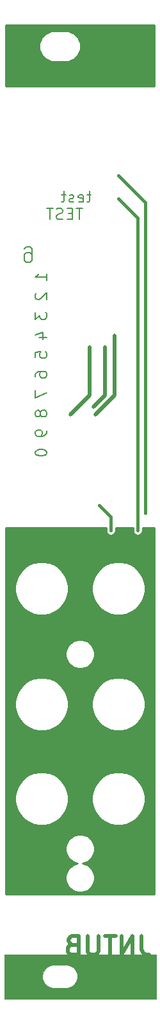
<source format=gbr>
%TF.GenerationSoftware,KiCad,Pcbnew,(5.1.9-0-10_14)*%
%TF.CreationDate,2021-01-07T01:07:36-06:00*%
%TF.ProjectId,JNTUB_panel,4a4e5455-425f-4706-916e-656c2e6b6963,rev?*%
%TF.SameCoordinates,Original*%
%TF.FileFunction,Copper,L2,Bot*%
%TF.FilePolarity,Positive*%
%FSLAX46Y46*%
G04 Gerber Fmt 4.6, Leading zero omitted, Abs format (unit mm)*
G04 Created by KiCad (PCBNEW (5.1.9-0-10_14)) date 2021-01-07 01:07:36*
%MOMM*%
%LPD*%
G01*
G04 APERTURE LIST*
%TA.AperFunction,NonConductor*%
%ADD10C,0.100000*%
%TD*%
%TA.AperFunction,NonConductor*%
%ADD11C,0.200000*%
%TD*%
%TA.AperFunction,NonConductor*%
%ADD12C,0.500000*%
%TD*%
%TA.AperFunction,Conductor*%
%ADD13C,0.406400*%
%TD*%
%TA.AperFunction,Conductor*%
%ADD14C,0.508000*%
%TD*%
%TA.AperFunction,Conductor*%
%ADD15C,0.203200*%
%TD*%
%TA.AperFunction,NonConductor*%
%ADD16C,0.254000*%
%TD*%
G04 APERTURE END LIST*
D10*
G36*
X107315000Y-163576000D02*
G01*
X94615000Y-163576000D01*
X94615000Y-162102800D01*
X95402400Y-162102800D01*
X95646240Y-162087560D01*
X95879920Y-162031680D01*
X96118680Y-161930080D01*
X96301560Y-161813240D01*
X96479360Y-161655760D01*
X96641920Y-161467800D01*
X96758760Y-161274760D01*
X96855280Y-161046160D01*
X96911160Y-160812480D01*
X96926400Y-160578800D01*
X96911160Y-160334960D01*
X96850200Y-160101280D01*
X96758760Y-159877760D01*
X96636840Y-159684720D01*
X96474280Y-159491680D01*
X96296480Y-159344360D01*
X96108520Y-159227520D01*
X95915480Y-159146240D01*
X95869760Y-159125920D01*
X95636080Y-159070040D01*
X95402400Y-159054800D01*
X94615000Y-159054800D01*
X94615000Y-157734000D01*
X107315000Y-157734000D01*
X107315000Y-163576000D01*
G37*
X107315000Y-163576000D02*
X94615000Y-163576000D01*
X94615000Y-162102800D01*
X95402400Y-162102800D01*
X95646240Y-162087560D01*
X95879920Y-162031680D01*
X96118680Y-161930080D01*
X96301560Y-161813240D01*
X96479360Y-161655760D01*
X96641920Y-161467800D01*
X96758760Y-161274760D01*
X96855280Y-161046160D01*
X96911160Y-160812480D01*
X96926400Y-160578800D01*
X96911160Y-160334960D01*
X96850200Y-160101280D01*
X96758760Y-159877760D01*
X96636840Y-159684720D01*
X96474280Y-159491680D01*
X96296480Y-159344360D01*
X96108520Y-159227520D01*
X95915480Y-159146240D01*
X95869760Y-159125920D01*
X95636080Y-159070040D01*
X95402400Y-159054800D01*
X94615000Y-159054800D01*
X94615000Y-157734000D01*
X107315000Y-157734000D01*
X107315000Y-163576000D01*
G36*
X94615000Y-159054800D02*
G01*
X93827600Y-159054800D01*
X93583760Y-159070040D01*
X93350080Y-159125920D01*
X93111320Y-159227520D01*
X92928440Y-159344360D01*
X92750640Y-159501840D01*
X92588080Y-159689800D01*
X92471240Y-159882840D01*
X92374720Y-160111440D01*
X92318840Y-160345120D01*
X92303600Y-160578800D01*
X92318840Y-160822640D01*
X92379800Y-161056320D01*
X92471240Y-161279840D01*
X92593160Y-161472880D01*
X92755720Y-161665920D01*
X92933520Y-161813240D01*
X93121480Y-161930080D01*
X93314520Y-162011360D01*
X93360240Y-162031680D01*
X93593920Y-162087560D01*
X93827600Y-162102800D01*
X94615000Y-162102800D01*
X94615000Y-163576000D01*
X87249000Y-163576000D01*
X87249000Y-157734000D01*
X94615000Y-157734000D01*
X94615000Y-159054800D01*
G37*
X94615000Y-159054800D02*
X93827600Y-159054800D01*
X93583760Y-159070040D01*
X93350080Y-159125920D01*
X93111320Y-159227520D01*
X92928440Y-159344360D01*
X92750640Y-159501840D01*
X92588080Y-159689800D01*
X92471240Y-159882840D01*
X92374720Y-160111440D01*
X92318840Y-160345120D01*
X92303600Y-160578800D01*
X92318840Y-160822640D01*
X92379800Y-161056320D01*
X92471240Y-161279840D01*
X92593160Y-161472880D01*
X92755720Y-161665920D01*
X92933520Y-161813240D01*
X93121480Y-161930080D01*
X93314520Y-162011360D01*
X93360240Y-162031680D01*
X93593920Y-162087560D01*
X93827600Y-162102800D01*
X94615000Y-162102800D01*
X94615000Y-163576000D01*
X87249000Y-163576000D01*
X87249000Y-157734000D01*
X94615000Y-157734000D01*
X94615000Y-159054800D01*
D11*
X92880571Y-68867142D02*
X92880571Y-68010000D01*
X92880571Y-68438571D02*
X91380571Y-68438571D01*
X91594857Y-68295714D01*
X91737714Y-68152857D01*
X91809142Y-68010000D01*
X91523428Y-70581428D02*
X91452000Y-70652857D01*
X91380571Y-70795714D01*
X91380571Y-71152857D01*
X91452000Y-71295714D01*
X91523428Y-71367142D01*
X91666285Y-71438571D01*
X91809142Y-71438571D01*
X92023428Y-71367142D01*
X92880571Y-70510000D01*
X92880571Y-71438571D01*
X91380571Y-73081428D02*
X91380571Y-74010000D01*
X91952000Y-73510000D01*
X91952000Y-73724285D01*
X92023428Y-73867142D01*
X92094857Y-73938571D01*
X92237714Y-74010000D01*
X92594857Y-74010000D01*
X92737714Y-73938571D01*
X92809142Y-73867142D01*
X92880571Y-73724285D01*
X92880571Y-73295714D01*
X92809142Y-73152857D01*
X92737714Y-73081428D01*
X91880571Y-76438571D02*
X92880571Y-76438571D01*
X91309142Y-76081428D02*
X92380571Y-75724285D01*
X92380571Y-76652857D01*
X91380571Y-79081428D02*
X91380571Y-78367142D01*
X92094857Y-78295714D01*
X92023428Y-78367142D01*
X91952000Y-78510000D01*
X91952000Y-78867142D01*
X92023428Y-79010000D01*
X92094857Y-79081428D01*
X92237714Y-79152857D01*
X92594857Y-79152857D01*
X92737714Y-79081428D01*
X92809142Y-79010000D01*
X92880571Y-78867142D01*
X92880571Y-78510000D01*
X92809142Y-78367142D01*
X92737714Y-78295714D01*
X91380571Y-81581428D02*
X91380571Y-81295714D01*
X91452000Y-81152857D01*
X91523428Y-81081428D01*
X91737714Y-80938571D01*
X92023428Y-80867142D01*
X92594857Y-80867142D01*
X92737714Y-80938571D01*
X92809142Y-81010000D01*
X92880571Y-81152857D01*
X92880571Y-81438571D01*
X92809142Y-81581428D01*
X92737714Y-81652857D01*
X92594857Y-81724285D01*
X92237714Y-81724285D01*
X92094857Y-81652857D01*
X92023428Y-81581428D01*
X91952000Y-81438571D01*
X91952000Y-81152857D01*
X92023428Y-81010000D01*
X92094857Y-80938571D01*
X92237714Y-80867142D01*
X91380571Y-83367142D02*
X91380571Y-84367142D01*
X92880571Y-83724285D01*
X92023428Y-86295714D02*
X91952000Y-86152857D01*
X91880571Y-86081428D01*
X91737714Y-86009999D01*
X91666285Y-86009999D01*
X91523428Y-86081428D01*
X91452000Y-86152857D01*
X91380571Y-86295714D01*
X91380571Y-86581428D01*
X91452000Y-86724285D01*
X91523428Y-86795714D01*
X91666285Y-86867142D01*
X91737714Y-86867142D01*
X91880571Y-86795714D01*
X91952000Y-86724285D01*
X92023428Y-86581428D01*
X92023428Y-86295714D01*
X92094857Y-86152857D01*
X92166285Y-86081428D01*
X92309142Y-86009999D01*
X92594857Y-86009999D01*
X92737714Y-86081428D01*
X92809142Y-86152857D01*
X92880571Y-86295714D01*
X92880571Y-86581428D01*
X92809142Y-86724285D01*
X92737714Y-86795714D01*
X92594857Y-86867142D01*
X92309142Y-86867142D01*
X92166285Y-86795714D01*
X92094857Y-86724285D01*
X92023428Y-86581428D01*
X92880571Y-88724285D02*
X92880571Y-89009999D01*
X92809142Y-89152857D01*
X92737714Y-89224285D01*
X92523428Y-89367142D01*
X92237714Y-89438571D01*
X91666285Y-89438571D01*
X91523428Y-89367142D01*
X91452000Y-89295714D01*
X91380571Y-89152857D01*
X91380571Y-88867142D01*
X91452000Y-88724285D01*
X91523428Y-88652857D01*
X91666285Y-88581428D01*
X92023428Y-88581428D01*
X92166285Y-88652857D01*
X92237714Y-88724285D01*
X92309142Y-88867142D01*
X92309142Y-89152857D01*
X92237714Y-89295714D01*
X92166285Y-89367142D01*
X92023428Y-89438571D01*
X91380571Y-91509999D02*
X91380571Y-91652857D01*
X91452000Y-91795714D01*
X91523428Y-91867142D01*
X91666285Y-91938571D01*
X91952000Y-92009999D01*
X92309142Y-92009999D01*
X92594857Y-91938571D01*
X92737714Y-91867142D01*
X92809142Y-91795714D01*
X92880571Y-91652857D01*
X92880571Y-91509999D01*
X92809142Y-91367142D01*
X92737714Y-91295714D01*
X92594857Y-91224285D01*
X92309142Y-91152857D01*
X91952000Y-91152857D01*
X91666285Y-91224285D01*
X91523428Y-91295714D01*
X91452000Y-91367142D01*
X91380571Y-91509999D01*
X97642857Y-59376571D02*
X96785714Y-59376571D01*
X97214285Y-60876571D02*
X97214285Y-59376571D01*
X96285714Y-60090857D02*
X95785714Y-60090857D01*
X95571428Y-60876571D02*
X96285714Y-60876571D01*
X96285714Y-59376571D01*
X95571428Y-59376571D01*
X95000000Y-60805142D02*
X94785714Y-60876571D01*
X94428571Y-60876571D01*
X94285714Y-60805142D01*
X94214285Y-60733714D01*
X94142857Y-60590857D01*
X94142857Y-60448000D01*
X94214285Y-60305142D01*
X94285714Y-60233714D01*
X94428571Y-60162285D01*
X94714285Y-60090857D01*
X94857142Y-60019428D01*
X94928571Y-59948000D01*
X95000000Y-59805142D01*
X95000000Y-59662285D01*
X94928571Y-59519428D01*
X94857142Y-59448000D01*
X94714285Y-59376571D01*
X94357142Y-59376571D01*
X94142857Y-59448000D01*
X93714285Y-59376571D02*
X92857142Y-59376571D01*
X93285714Y-60876571D02*
X93285714Y-59376571D01*
X98738285Y-57590571D02*
X98166857Y-57590571D01*
X98524000Y-57090571D02*
X98524000Y-58376285D01*
X98452571Y-58519142D01*
X98309714Y-58590571D01*
X98166857Y-58590571D01*
X97095428Y-58519142D02*
X97238285Y-58590571D01*
X97524000Y-58590571D01*
X97666857Y-58519142D01*
X97738285Y-58376285D01*
X97738285Y-57804857D01*
X97666857Y-57662000D01*
X97524000Y-57590571D01*
X97238285Y-57590571D01*
X97095428Y-57662000D01*
X97024000Y-57804857D01*
X97024000Y-57947714D01*
X97738285Y-58090571D01*
X96452571Y-58519142D02*
X96309714Y-58590571D01*
X96024000Y-58590571D01*
X95881142Y-58519142D01*
X95809714Y-58376285D01*
X95809714Y-58304857D01*
X95881142Y-58162000D01*
X96024000Y-58090571D01*
X96238285Y-58090571D01*
X96381142Y-58019142D01*
X96452571Y-57876285D01*
X96452571Y-57804857D01*
X96381142Y-57662000D01*
X96238285Y-57590571D01*
X96024000Y-57590571D01*
X95881142Y-57662000D01*
X95381142Y-57590571D02*
X94809714Y-57590571D01*
X95166857Y-57090571D02*
X95166857Y-58376285D01*
X95095428Y-58519142D01*
X94952571Y-58590571D01*
X94809714Y-58590571D01*
D12*
X105429285Y-155221952D02*
X105429285Y-157007666D01*
X105548333Y-157364809D01*
X105786428Y-157602904D01*
X106143571Y-157721952D01*
X106381666Y-157721952D01*
X104238809Y-157721952D02*
X104238809Y-155221952D01*
X102810238Y-157721952D01*
X102810238Y-155221952D01*
X101976904Y-155221952D02*
X100548333Y-155221952D01*
X101262619Y-157721952D02*
X101262619Y-155221952D01*
X99715000Y-155221952D02*
X99715000Y-157245761D01*
X99595952Y-157483857D01*
X99476904Y-157602904D01*
X99238809Y-157721952D01*
X98762619Y-157721952D01*
X98524523Y-157602904D01*
X98405476Y-157483857D01*
X98286428Y-157245761D01*
X98286428Y-155221952D01*
X96262619Y-156412428D02*
X95905476Y-156531476D01*
X95786428Y-156650523D01*
X95667380Y-156888619D01*
X95667380Y-157245761D01*
X95786428Y-157483857D01*
X95905476Y-157602904D01*
X96143571Y-157721952D01*
X97095952Y-157721952D01*
X97095952Y-155221952D01*
X96262619Y-155221952D01*
X96024523Y-155341000D01*
X95905476Y-155460047D01*
X95786428Y-155698142D01*
X95786428Y-155936238D01*
X95905476Y-156174333D01*
X96024523Y-156293380D01*
X96262619Y-156412428D01*
X97095952Y-156412428D01*
D13*
%TO.N,*%
X105918000Y-99568000D02*
X105918000Y-58674000D01*
X105918000Y-58674000D02*
X102362000Y-55118000D01*
X104902000Y-101854000D02*
X104902000Y-60706000D01*
X104902000Y-60706000D02*
X102362000Y-58166000D01*
X101346000Y-101854000D02*
X101346000Y-100076000D01*
X101346000Y-100076000D02*
X99822000Y-98552000D01*
D14*
X101854000Y-76200000D02*
X101854000Y-84074000D01*
X101854000Y-84074000D02*
X99314000Y-86614000D01*
X100584000Y-77724000D02*
X100584000Y-83566000D01*
X100584000Y-83566000D02*
X100584000Y-84074000D01*
X100584000Y-84074000D02*
X99060000Y-85598000D01*
X98552000Y-77724000D02*
X98552000Y-84074000D01*
X98552000Y-84074000D02*
X96012000Y-86614000D01*
D15*
X90678000Y-65278000D02*
X90932000Y-65532000D01*
X90170000Y-65278000D02*
X90678000Y-65278000D01*
X89916000Y-65532000D02*
X90170000Y-65278000D01*
X89916000Y-66294000D02*
X89916000Y-65532000D01*
X90932000Y-66294000D02*
X90678000Y-66548000D01*
X90170000Y-66548000D02*
X89916000Y-66294000D01*
X90678000Y-66548000D02*
X90170000Y-66548000D01*
X90932000Y-65532000D02*
X90932000Y-66294000D01*
X90932000Y-65532000D02*
X90932000Y-64770000D01*
X90932000Y-64770000D02*
X90678000Y-64516000D01*
X90678000Y-64516000D02*
X90170000Y-64516000D01*
X90170000Y-64516000D02*
X89916000Y-64770000D01*
%TD*%
D16*
X107113000Y-43307000D02*
X87451000Y-43307000D01*
X87451000Y-38049200D01*
X91848369Y-38049200D01*
X91887598Y-38447502D01*
X92003779Y-38830498D01*
X92192446Y-39183469D01*
X92446349Y-39492851D01*
X92755731Y-39746754D01*
X93108702Y-39935421D01*
X93491698Y-40051602D01*
X93790183Y-40081000D01*
X95439817Y-40081000D01*
X95738302Y-40051602D01*
X96121298Y-39935421D01*
X96474269Y-39746754D01*
X96783651Y-39492851D01*
X97037554Y-39183469D01*
X97226221Y-38830498D01*
X97342402Y-38447502D01*
X97381631Y-38049200D01*
X97342402Y-37650898D01*
X97226221Y-37267902D01*
X97037554Y-36914931D01*
X96783651Y-36605549D01*
X96474269Y-36351646D01*
X96121298Y-36162979D01*
X95738302Y-36046798D01*
X95439817Y-36017400D01*
X93790183Y-36017400D01*
X93491698Y-36046798D01*
X93108702Y-36162979D01*
X92755731Y-36351646D01*
X92446349Y-36605549D01*
X92192446Y-36914931D01*
X92003779Y-37267902D01*
X91887598Y-37650898D01*
X91848369Y-38049200D01*
X87451000Y-38049200D01*
X87451000Y-35254000D01*
X107113000Y-35254000D01*
X107113000Y-43307000D01*
%TA.AperFunction,NonConductor*%
D10*
G36*
X107113000Y-43307000D02*
G01*
X87451000Y-43307000D01*
X87451000Y-38049200D01*
X91848369Y-38049200D01*
X91887598Y-38447502D01*
X92003779Y-38830498D01*
X92192446Y-39183469D01*
X92446349Y-39492851D01*
X92755731Y-39746754D01*
X93108702Y-39935421D01*
X93491698Y-40051602D01*
X93790183Y-40081000D01*
X95439817Y-40081000D01*
X95738302Y-40051602D01*
X96121298Y-39935421D01*
X96474269Y-39746754D01*
X96783651Y-39492851D01*
X97037554Y-39183469D01*
X97226221Y-38830498D01*
X97342402Y-38447502D01*
X97381631Y-38049200D01*
X97342402Y-37650898D01*
X97226221Y-37267902D01*
X97037554Y-36914931D01*
X96783651Y-36605549D01*
X96474269Y-36351646D01*
X96121298Y-36162979D01*
X95738302Y-36046798D01*
X95439817Y-36017400D01*
X93790183Y-36017400D01*
X93491698Y-36046798D01*
X93108702Y-36162979D01*
X92755731Y-36351646D01*
X92446349Y-36605549D01*
X92192446Y-36914931D01*
X92003779Y-37267902D01*
X91887598Y-37650898D01*
X91848369Y-38049200D01*
X87451000Y-38049200D01*
X87451000Y-35254000D01*
X107113000Y-35254000D01*
X107113000Y-43307000D01*
G37*
%TD.AperFunction*%
D16*
X100711000Y-101885191D02*
X100720188Y-101978481D01*
X100756498Y-102098179D01*
X100815463Y-102208493D01*
X100894815Y-102305185D01*
X100991506Y-102384537D01*
X101101820Y-102443502D01*
X101221518Y-102479812D01*
X101346000Y-102492072D01*
X101470481Y-102479812D01*
X101590179Y-102443502D01*
X101700493Y-102384537D01*
X101797185Y-102305185D01*
X101876537Y-102208494D01*
X101935502Y-102098180D01*
X101971812Y-101978482D01*
X101981000Y-101885192D01*
X101981000Y-101473000D01*
X104267000Y-101473000D01*
X104267000Y-101885191D01*
X104276188Y-101978481D01*
X104312498Y-102098179D01*
X104371463Y-102208493D01*
X104450815Y-102305185D01*
X104547506Y-102384537D01*
X104657820Y-102443502D01*
X104777518Y-102479812D01*
X104902000Y-102492072D01*
X105026481Y-102479812D01*
X105146179Y-102443502D01*
X105256493Y-102384537D01*
X105353185Y-102305185D01*
X105432537Y-102208494D01*
X105491502Y-102098180D01*
X105527812Y-101978482D01*
X105537000Y-101885192D01*
X105537000Y-101473000D01*
X107113001Y-101473000D01*
X107113001Y-149733000D01*
X87451000Y-149733000D01*
X87451000Y-143573734D01*
X95350200Y-143573734D01*
X95350200Y-143954266D01*
X95424438Y-144327485D01*
X95570061Y-144679050D01*
X95781473Y-144995451D01*
X96050549Y-145264527D01*
X96366950Y-145475939D01*
X96718515Y-145621562D01*
X96957002Y-145669000D01*
X96718515Y-145716438D01*
X96366950Y-145862061D01*
X96050549Y-146073473D01*
X95781473Y-146342549D01*
X95570061Y-146658950D01*
X95424438Y-147010515D01*
X95350200Y-147383734D01*
X95350200Y-147764266D01*
X95424438Y-148137485D01*
X95570061Y-148489050D01*
X95781473Y-148805451D01*
X96050549Y-149074527D01*
X96366950Y-149285939D01*
X96718515Y-149431562D01*
X97091734Y-149505800D01*
X97472266Y-149505800D01*
X97845485Y-149431562D01*
X98197050Y-149285939D01*
X98513451Y-149074527D01*
X98782527Y-148805451D01*
X98993939Y-148489050D01*
X99139562Y-148137485D01*
X99213800Y-147764266D01*
X99213800Y-147383734D01*
X99139562Y-147010515D01*
X98993939Y-146658950D01*
X98782527Y-146342549D01*
X98513451Y-146073473D01*
X98197050Y-145862061D01*
X97845485Y-145716438D01*
X97606998Y-145669000D01*
X97845485Y-145621562D01*
X98197050Y-145475939D01*
X98513451Y-145264527D01*
X98782527Y-144995451D01*
X98993939Y-144679050D01*
X99139562Y-144327485D01*
X99213800Y-143954266D01*
X99213800Y-143573734D01*
X99139562Y-143200515D01*
X98993939Y-142848950D01*
X98782527Y-142532549D01*
X98513451Y-142263473D01*
X98197050Y-142052061D01*
X97845485Y-141906438D01*
X97472266Y-141832200D01*
X97091734Y-141832200D01*
X96718515Y-141906438D01*
X96366950Y-142052061D01*
X96050549Y-142263473D01*
X95781473Y-142532549D01*
X95570061Y-142848950D01*
X95424438Y-143200515D01*
X95350200Y-143573734D01*
X87451000Y-143573734D01*
X87451000Y-136812148D01*
X88670200Y-136812148D01*
X88670200Y-137507852D01*
X88805925Y-138190188D01*
X89072159Y-138832935D01*
X89458672Y-139411391D01*
X89950609Y-139903328D01*
X90529065Y-140289841D01*
X91171812Y-140556075D01*
X91854148Y-140691800D01*
X92549852Y-140691800D01*
X93232188Y-140556075D01*
X93874935Y-140289841D01*
X94453391Y-139903328D01*
X94945328Y-139411391D01*
X95331841Y-138832935D01*
X95598075Y-138190188D01*
X95733800Y-137507852D01*
X95733800Y-136812148D01*
X98830200Y-136812148D01*
X98830200Y-137507852D01*
X98965925Y-138190188D01*
X99232159Y-138832935D01*
X99618672Y-139411391D01*
X100110609Y-139903328D01*
X100689065Y-140289841D01*
X101331812Y-140556075D01*
X102014148Y-140691800D01*
X102709852Y-140691800D01*
X103392188Y-140556075D01*
X104034935Y-140289841D01*
X104613391Y-139903328D01*
X105105328Y-139411391D01*
X105491841Y-138832935D01*
X105758075Y-138190188D01*
X105893800Y-137507852D01*
X105893800Y-136812148D01*
X105758075Y-136129812D01*
X105491841Y-135487065D01*
X105105328Y-134908609D01*
X104613391Y-134416672D01*
X104034935Y-134030159D01*
X103392188Y-133763925D01*
X102709852Y-133628200D01*
X102014148Y-133628200D01*
X101331812Y-133763925D01*
X100689065Y-134030159D01*
X100110609Y-134416672D01*
X99618672Y-134908609D01*
X99232159Y-135487065D01*
X98965925Y-136129812D01*
X98830200Y-136812148D01*
X95733800Y-136812148D01*
X95598075Y-136129812D01*
X95331841Y-135487065D01*
X94945328Y-134908609D01*
X94453391Y-134416672D01*
X93874935Y-134030159D01*
X93232188Y-133763925D01*
X92549852Y-133628200D01*
X91854148Y-133628200D01*
X91171812Y-133763925D01*
X90529065Y-134030159D01*
X89950609Y-134416672D01*
X89458672Y-134908609D01*
X89072159Y-135487065D01*
X88805925Y-136129812D01*
X88670200Y-136812148D01*
X87451000Y-136812148D01*
X87451000Y-124366148D01*
X88670200Y-124366148D01*
X88670200Y-125061852D01*
X88805925Y-125744188D01*
X89072159Y-126386935D01*
X89458672Y-126965391D01*
X89950609Y-127457328D01*
X90529065Y-127843841D01*
X91171812Y-128110075D01*
X91854148Y-128245800D01*
X92549852Y-128245800D01*
X93232188Y-128110075D01*
X93874935Y-127843841D01*
X94453391Y-127457328D01*
X94945328Y-126965391D01*
X95331841Y-126386935D01*
X95598075Y-125744188D01*
X95733800Y-125061852D01*
X95733800Y-124366148D01*
X98830200Y-124366148D01*
X98830200Y-125061852D01*
X98965925Y-125744188D01*
X99232159Y-126386935D01*
X99618672Y-126965391D01*
X100110609Y-127457328D01*
X100689065Y-127843841D01*
X101331812Y-128110075D01*
X102014148Y-128245800D01*
X102709852Y-128245800D01*
X103392188Y-128110075D01*
X104034935Y-127843841D01*
X104613391Y-127457328D01*
X105105328Y-126965391D01*
X105491841Y-126386935D01*
X105758075Y-125744188D01*
X105893800Y-125061852D01*
X105893800Y-124366148D01*
X105758075Y-123683812D01*
X105491841Y-123041065D01*
X105105328Y-122462609D01*
X104613391Y-121970672D01*
X104034935Y-121584159D01*
X103392188Y-121317925D01*
X102709852Y-121182200D01*
X102014148Y-121182200D01*
X101331812Y-121317925D01*
X100689065Y-121584159D01*
X100110609Y-121970672D01*
X99618672Y-122462609D01*
X99232159Y-123041065D01*
X98965925Y-123683812D01*
X98830200Y-124366148D01*
X95733800Y-124366148D01*
X95598075Y-123683812D01*
X95331841Y-123041065D01*
X94945328Y-122462609D01*
X94453391Y-121970672D01*
X93874935Y-121584159D01*
X93232188Y-121317925D01*
X92549852Y-121182200D01*
X91854148Y-121182200D01*
X91171812Y-121317925D01*
X90529065Y-121584159D01*
X89950609Y-121970672D01*
X89458672Y-122462609D01*
X89072159Y-123041065D01*
X88805925Y-123683812D01*
X88670200Y-124366148D01*
X87451000Y-124366148D01*
X87451000Y-117919734D01*
X95350200Y-117919734D01*
X95350200Y-118300266D01*
X95424438Y-118673485D01*
X95570061Y-119025050D01*
X95781473Y-119341451D01*
X96050549Y-119610527D01*
X96366950Y-119821939D01*
X96718515Y-119967562D01*
X97091734Y-120041800D01*
X97472266Y-120041800D01*
X97845485Y-119967562D01*
X98197050Y-119821939D01*
X98513451Y-119610527D01*
X98782527Y-119341451D01*
X98993939Y-119025050D01*
X99139562Y-118673485D01*
X99213800Y-118300266D01*
X99213800Y-117919734D01*
X99139562Y-117546515D01*
X98993939Y-117194950D01*
X98782527Y-116878549D01*
X98513451Y-116609473D01*
X98197050Y-116398061D01*
X97845485Y-116252438D01*
X97472266Y-116178200D01*
X97091734Y-116178200D01*
X96718515Y-116252438D01*
X96366950Y-116398061D01*
X96050549Y-116609473D01*
X95781473Y-116878549D01*
X95570061Y-117194950D01*
X95424438Y-117546515D01*
X95350200Y-117919734D01*
X87451000Y-117919734D01*
X87451000Y-109126148D01*
X88670200Y-109126148D01*
X88670200Y-109821852D01*
X88805925Y-110504188D01*
X89072159Y-111146935D01*
X89458672Y-111725391D01*
X89950609Y-112217328D01*
X90529065Y-112603841D01*
X91171812Y-112870075D01*
X91854148Y-113005800D01*
X92549852Y-113005800D01*
X93232188Y-112870075D01*
X93874935Y-112603841D01*
X94453391Y-112217328D01*
X94945328Y-111725391D01*
X95331841Y-111146935D01*
X95598075Y-110504188D01*
X95733800Y-109821852D01*
X95733800Y-109126148D01*
X98830200Y-109126148D01*
X98830200Y-109821852D01*
X98965925Y-110504188D01*
X99232159Y-111146935D01*
X99618672Y-111725391D01*
X100110609Y-112217328D01*
X100689065Y-112603841D01*
X101331812Y-112870075D01*
X102014148Y-113005800D01*
X102709852Y-113005800D01*
X103392188Y-112870075D01*
X104034935Y-112603841D01*
X104613391Y-112217328D01*
X105105328Y-111725391D01*
X105491841Y-111146935D01*
X105758075Y-110504188D01*
X105893800Y-109821852D01*
X105893800Y-109126148D01*
X105758075Y-108443812D01*
X105491841Y-107801065D01*
X105105328Y-107222609D01*
X104613391Y-106730672D01*
X104034935Y-106344159D01*
X103392188Y-106077925D01*
X102709852Y-105942200D01*
X102014148Y-105942200D01*
X101331812Y-106077925D01*
X100689065Y-106344159D01*
X100110609Y-106730672D01*
X99618672Y-107222609D01*
X99232159Y-107801065D01*
X98965925Y-108443812D01*
X98830200Y-109126148D01*
X95733800Y-109126148D01*
X95598075Y-108443812D01*
X95331841Y-107801065D01*
X94945328Y-107222609D01*
X94453391Y-106730672D01*
X93874935Y-106344159D01*
X93232188Y-106077925D01*
X92549852Y-105942200D01*
X91854148Y-105942200D01*
X91171812Y-106077925D01*
X90529065Y-106344159D01*
X89950609Y-106730672D01*
X89458672Y-107222609D01*
X89072159Y-107801065D01*
X88805925Y-108443812D01*
X88670200Y-109126148D01*
X87451000Y-109126148D01*
X87451000Y-101473000D01*
X100711000Y-101473000D01*
X100711000Y-101885191D01*
%TA.AperFunction,NonConductor*%
D10*
G36*
X100711000Y-101885191D02*
G01*
X100720188Y-101978481D01*
X100756498Y-102098179D01*
X100815463Y-102208493D01*
X100894815Y-102305185D01*
X100991506Y-102384537D01*
X101101820Y-102443502D01*
X101221518Y-102479812D01*
X101346000Y-102492072D01*
X101470481Y-102479812D01*
X101590179Y-102443502D01*
X101700493Y-102384537D01*
X101797185Y-102305185D01*
X101876537Y-102208494D01*
X101935502Y-102098180D01*
X101971812Y-101978482D01*
X101981000Y-101885192D01*
X101981000Y-101473000D01*
X104267000Y-101473000D01*
X104267000Y-101885191D01*
X104276188Y-101978481D01*
X104312498Y-102098179D01*
X104371463Y-102208493D01*
X104450815Y-102305185D01*
X104547506Y-102384537D01*
X104657820Y-102443502D01*
X104777518Y-102479812D01*
X104902000Y-102492072D01*
X105026481Y-102479812D01*
X105146179Y-102443502D01*
X105256493Y-102384537D01*
X105353185Y-102305185D01*
X105432537Y-102208494D01*
X105491502Y-102098180D01*
X105527812Y-101978482D01*
X105537000Y-101885192D01*
X105537000Y-101473000D01*
X107113001Y-101473000D01*
X107113001Y-149733000D01*
X87451000Y-149733000D01*
X87451000Y-143573734D01*
X95350200Y-143573734D01*
X95350200Y-143954266D01*
X95424438Y-144327485D01*
X95570061Y-144679050D01*
X95781473Y-144995451D01*
X96050549Y-145264527D01*
X96366950Y-145475939D01*
X96718515Y-145621562D01*
X96957002Y-145669000D01*
X96718515Y-145716438D01*
X96366950Y-145862061D01*
X96050549Y-146073473D01*
X95781473Y-146342549D01*
X95570061Y-146658950D01*
X95424438Y-147010515D01*
X95350200Y-147383734D01*
X95350200Y-147764266D01*
X95424438Y-148137485D01*
X95570061Y-148489050D01*
X95781473Y-148805451D01*
X96050549Y-149074527D01*
X96366950Y-149285939D01*
X96718515Y-149431562D01*
X97091734Y-149505800D01*
X97472266Y-149505800D01*
X97845485Y-149431562D01*
X98197050Y-149285939D01*
X98513451Y-149074527D01*
X98782527Y-148805451D01*
X98993939Y-148489050D01*
X99139562Y-148137485D01*
X99213800Y-147764266D01*
X99213800Y-147383734D01*
X99139562Y-147010515D01*
X98993939Y-146658950D01*
X98782527Y-146342549D01*
X98513451Y-146073473D01*
X98197050Y-145862061D01*
X97845485Y-145716438D01*
X97606998Y-145669000D01*
X97845485Y-145621562D01*
X98197050Y-145475939D01*
X98513451Y-145264527D01*
X98782527Y-144995451D01*
X98993939Y-144679050D01*
X99139562Y-144327485D01*
X99213800Y-143954266D01*
X99213800Y-143573734D01*
X99139562Y-143200515D01*
X98993939Y-142848950D01*
X98782527Y-142532549D01*
X98513451Y-142263473D01*
X98197050Y-142052061D01*
X97845485Y-141906438D01*
X97472266Y-141832200D01*
X97091734Y-141832200D01*
X96718515Y-141906438D01*
X96366950Y-142052061D01*
X96050549Y-142263473D01*
X95781473Y-142532549D01*
X95570061Y-142848950D01*
X95424438Y-143200515D01*
X95350200Y-143573734D01*
X87451000Y-143573734D01*
X87451000Y-136812148D01*
X88670200Y-136812148D01*
X88670200Y-137507852D01*
X88805925Y-138190188D01*
X89072159Y-138832935D01*
X89458672Y-139411391D01*
X89950609Y-139903328D01*
X90529065Y-140289841D01*
X91171812Y-140556075D01*
X91854148Y-140691800D01*
X92549852Y-140691800D01*
X93232188Y-140556075D01*
X93874935Y-140289841D01*
X94453391Y-139903328D01*
X94945328Y-139411391D01*
X95331841Y-138832935D01*
X95598075Y-138190188D01*
X95733800Y-137507852D01*
X95733800Y-136812148D01*
X98830200Y-136812148D01*
X98830200Y-137507852D01*
X98965925Y-138190188D01*
X99232159Y-138832935D01*
X99618672Y-139411391D01*
X100110609Y-139903328D01*
X100689065Y-140289841D01*
X101331812Y-140556075D01*
X102014148Y-140691800D01*
X102709852Y-140691800D01*
X103392188Y-140556075D01*
X104034935Y-140289841D01*
X104613391Y-139903328D01*
X105105328Y-139411391D01*
X105491841Y-138832935D01*
X105758075Y-138190188D01*
X105893800Y-137507852D01*
X105893800Y-136812148D01*
X105758075Y-136129812D01*
X105491841Y-135487065D01*
X105105328Y-134908609D01*
X104613391Y-134416672D01*
X104034935Y-134030159D01*
X103392188Y-133763925D01*
X102709852Y-133628200D01*
X102014148Y-133628200D01*
X101331812Y-133763925D01*
X100689065Y-134030159D01*
X100110609Y-134416672D01*
X99618672Y-134908609D01*
X99232159Y-135487065D01*
X98965925Y-136129812D01*
X98830200Y-136812148D01*
X95733800Y-136812148D01*
X95598075Y-136129812D01*
X95331841Y-135487065D01*
X94945328Y-134908609D01*
X94453391Y-134416672D01*
X93874935Y-134030159D01*
X93232188Y-133763925D01*
X92549852Y-133628200D01*
X91854148Y-133628200D01*
X91171812Y-133763925D01*
X90529065Y-134030159D01*
X89950609Y-134416672D01*
X89458672Y-134908609D01*
X89072159Y-135487065D01*
X88805925Y-136129812D01*
X88670200Y-136812148D01*
X87451000Y-136812148D01*
X87451000Y-124366148D01*
X88670200Y-124366148D01*
X88670200Y-125061852D01*
X88805925Y-125744188D01*
X89072159Y-126386935D01*
X89458672Y-126965391D01*
X89950609Y-127457328D01*
X90529065Y-127843841D01*
X91171812Y-128110075D01*
X91854148Y-128245800D01*
X92549852Y-128245800D01*
X93232188Y-128110075D01*
X93874935Y-127843841D01*
X94453391Y-127457328D01*
X94945328Y-126965391D01*
X95331841Y-126386935D01*
X95598075Y-125744188D01*
X95733800Y-125061852D01*
X95733800Y-124366148D01*
X98830200Y-124366148D01*
X98830200Y-125061852D01*
X98965925Y-125744188D01*
X99232159Y-126386935D01*
X99618672Y-126965391D01*
X100110609Y-127457328D01*
X100689065Y-127843841D01*
X101331812Y-128110075D01*
X102014148Y-128245800D01*
X102709852Y-128245800D01*
X103392188Y-128110075D01*
X104034935Y-127843841D01*
X104613391Y-127457328D01*
X105105328Y-126965391D01*
X105491841Y-126386935D01*
X105758075Y-125744188D01*
X105893800Y-125061852D01*
X105893800Y-124366148D01*
X105758075Y-123683812D01*
X105491841Y-123041065D01*
X105105328Y-122462609D01*
X104613391Y-121970672D01*
X104034935Y-121584159D01*
X103392188Y-121317925D01*
X102709852Y-121182200D01*
X102014148Y-121182200D01*
X101331812Y-121317925D01*
X100689065Y-121584159D01*
X100110609Y-121970672D01*
X99618672Y-122462609D01*
X99232159Y-123041065D01*
X98965925Y-123683812D01*
X98830200Y-124366148D01*
X95733800Y-124366148D01*
X95598075Y-123683812D01*
X95331841Y-123041065D01*
X94945328Y-122462609D01*
X94453391Y-121970672D01*
X93874935Y-121584159D01*
X93232188Y-121317925D01*
X92549852Y-121182200D01*
X91854148Y-121182200D01*
X91171812Y-121317925D01*
X90529065Y-121584159D01*
X89950609Y-121970672D01*
X89458672Y-122462609D01*
X89072159Y-123041065D01*
X88805925Y-123683812D01*
X88670200Y-124366148D01*
X87451000Y-124366148D01*
X87451000Y-117919734D01*
X95350200Y-117919734D01*
X95350200Y-118300266D01*
X95424438Y-118673485D01*
X95570061Y-119025050D01*
X95781473Y-119341451D01*
X96050549Y-119610527D01*
X96366950Y-119821939D01*
X96718515Y-119967562D01*
X97091734Y-120041800D01*
X97472266Y-120041800D01*
X97845485Y-119967562D01*
X98197050Y-119821939D01*
X98513451Y-119610527D01*
X98782527Y-119341451D01*
X98993939Y-119025050D01*
X99139562Y-118673485D01*
X99213800Y-118300266D01*
X99213800Y-117919734D01*
X99139562Y-117546515D01*
X98993939Y-117194950D01*
X98782527Y-116878549D01*
X98513451Y-116609473D01*
X98197050Y-116398061D01*
X97845485Y-116252438D01*
X97472266Y-116178200D01*
X97091734Y-116178200D01*
X96718515Y-116252438D01*
X96366950Y-116398061D01*
X96050549Y-116609473D01*
X95781473Y-116878549D01*
X95570061Y-117194950D01*
X95424438Y-117546515D01*
X95350200Y-117919734D01*
X87451000Y-117919734D01*
X87451000Y-109126148D01*
X88670200Y-109126148D01*
X88670200Y-109821852D01*
X88805925Y-110504188D01*
X89072159Y-111146935D01*
X89458672Y-111725391D01*
X89950609Y-112217328D01*
X90529065Y-112603841D01*
X91171812Y-112870075D01*
X91854148Y-113005800D01*
X92549852Y-113005800D01*
X93232188Y-112870075D01*
X93874935Y-112603841D01*
X94453391Y-112217328D01*
X94945328Y-111725391D01*
X95331841Y-111146935D01*
X95598075Y-110504188D01*
X95733800Y-109821852D01*
X95733800Y-109126148D01*
X98830200Y-109126148D01*
X98830200Y-109821852D01*
X98965925Y-110504188D01*
X99232159Y-111146935D01*
X99618672Y-111725391D01*
X100110609Y-112217328D01*
X100689065Y-112603841D01*
X101331812Y-112870075D01*
X102014148Y-113005800D01*
X102709852Y-113005800D01*
X103392188Y-112870075D01*
X104034935Y-112603841D01*
X104613391Y-112217328D01*
X105105328Y-111725391D01*
X105491841Y-111146935D01*
X105758075Y-110504188D01*
X105893800Y-109821852D01*
X105893800Y-109126148D01*
X105758075Y-108443812D01*
X105491841Y-107801065D01*
X105105328Y-107222609D01*
X104613391Y-106730672D01*
X104034935Y-106344159D01*
X103392188Y-106077925D01*
X102709852Y-105942200D01*
X102014148Y-105942200D01*
X101331812Y-106077925D01*
X100689065Y-106344159D01*
X100110609Y-106730672D01*
X99618672Y-107222609D01*
X99232159Y-107801065D01*
X98965925Y-108443812D01*
X98830200Y-109126148D01*
X95733800Y-109126148D01*
X95598075Y-108443812D01*
X95331841Y-107801065D01*
X94945328Y-107222609D01*
X94453391Y-106730672D01*
X93874935Y-106344159D01*
X93232188Y-106077925D01*
X92549852Y-105942200D01*
X91854148Y-105942200D01*
X91171812Y-106077925D01*
X90529065Y-106344159D01*
X89950609Y-106730672D01*
X89458672Y-107222609D01*
X89072159Y-107801065D01*
X88805925Y-108443812D01*
X88670200Y-109126148D01*
X87451000Y-109126148D01*
X87451000Y-101473000D01*
X100711000Y-101473000D01*
X100711000Y-101885191D01*
G37*
%TD.AperFunction*%
M02*

</source>
